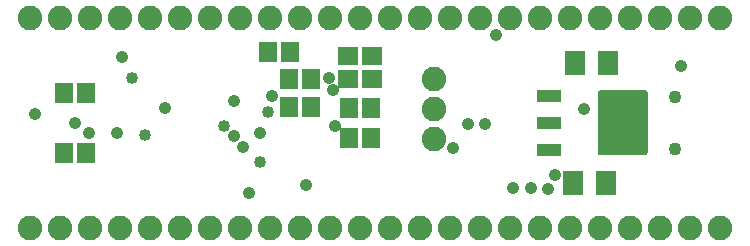
<source format=gbr>
G04 EAGLE Gerber RS-274X export*
G75*
%MOMM*%
%FSLAX34Y34*%
%LPD*%
%INSoldermask Bottom*%
%IPPOS*%
%AMOC8*
5,1,8,0,0,1.08239X$1,22.5*%
G01*
%ADD10R,1.703200X1.503200*%
%ADD11R,1.803200X2.003200*%
%ADD12R,1.503200X1.703200*%
%ADD13R,2.103200X1.103200*%
%ADD14R,2.103200X3.403200*%
%ADD15C,1.103200*%
%ADD16C,2.082800*%
%ADD17C,1.061200*%
%ADD18C,1.011200*%

G36*
X546118Y86871D02*
X546118Y86871D01*
X546136Y86869D01*
X546318Y86890D01*
X546501Y86909D01*
X546518Y86914D01*
X546535Y86916D01*
X546710Y86973D01*
X546886Y87027D01*
X546901Y87035D01*
X546918Y87041D01*
X547078Y87131D01*
X547240Y87219D01*
X547253Y87230D01*
X547269Y87239D01*
X547408Y87359D01*
X547549Y87476D01*
X547560Y87490D01*
X547574Y87502D01*
X547686Y87647D01*
X547801Y87790D01*
X547809Y87806D01*
X547820Y87820D01*
X547902Y87985D01*
X547987Y88147D01*
X547992Y88164D01*
X548000Y88181D01*
X548047Y88359D01*
X548098Y88534D01*
X548100Y88552D01*
X548104Y88569D01*
X548131Y88900D01*
X548131Y139700D01*
X548130Y139709D01*
X548131Y139717D01*
X548130Y139725D01*
X548131Y139736D01*
X548110Y139918D01*
X548091Y140101D01*
X548086Y140118D01*
X548084Y140135D01*
X548027Y140310D01*
X547973Y140486D01*
X547965Y140501D01*
X547959Y140518D01*
X547869Y140678D01*
X547781Y140840D01*
X547770Y140853D01*
X547761Y140869D01*
X547641Y141008D01*
X547524Y141149D01*
X547510Y141160D01*
X547498Y141174D01*
X547353Y141286D01*
X547210Y141401D01*
X547194Y141409D01*
X547180Y141420D01*
X547015Y141502D01*
X546853Y141587D01*
X546836Y141592D01*
X546820Y141600D01*
X546641Y141647D01*
X546466Y141698D01*
X546448Y141700D01*
X546431Y141704D01*
X546100Y141731D01*
X508000Y141731D01*
X507982Y141729D01*
X507964Y141731D01*
X507782Y141710D01*
X507599Y141691D01*
X507582Y141686D01*
X507565Y141684D01*
X507390Y141627D01*
X507214Y141573D01*
X507199Y141565D01*
X507182Y141559D01*
X507022Y141469D01*
X506860Y141381D01*
X506847Y141370D01*
X506831Y141361D01*
X506692Y141241D01*
X506551Y141124D01*
X506540Y141110D01*
X506527Y141098D01*
X506414Y140953D01*
X506299Y140810D01*
X506291Y140794D01*
X506280Y140780D01*
X506198Y140615D01*
X506113Y140453D01*
X506108Y140436D01*
X506100Y140420D01*
X506053Y140241D01*
X506002Y140066D01*
X506000Y140048D01*
X505996Y140031D01*
X505969Y139700D01*
X505969Y88900D01*
X505971Y88882D01*
X505969Y88864D01*
X505990Y88682D01*
X506009Y88499D01*
X506014Y88482D01*
X506016Y88465D01*
X506073Y88290D01*
X506127Y88114D01*
X506135Y88099D01*
X506141Y88082D01*
X506231Y87922D01*
X506319Y87760D01*
X506330Y87747D01*
X506339Y87731D01*
X506459Y87592D01*
X506576Y87451D01*
X506590Y87440D01*
X506602Y87427D01*
X506747Y87314D01*
X506890Y87199D01*
X506906Y87191D01*
X506920Y87180D01*
X507085Y87098D01*
X507247Y87013D01*
X507264Y87008D01*
X507281Y87000D01*
X507459Y86953D01*
X507634Y86902D01*
X507652Y86900D01*
X507669Y86896D01*
X508000Y86869D01*
X546100Y86869D01*
X546118Y86871D01*
G37*
D10*
X294640Y151790D03*
X294640Y170790D03*
D11*
X485110Y63500D03*
X513110Y63500D03*
D12*
X295300Y101600D03*
X314300Y101600D03*
X295300Y127000D03*
X314300Y127000D03*
D10*
X314960Y151790D03*
X314960Y170790D03*
D12*
X245720Y173990D03*
X226720Y173990D03*
D11*
X486380Y165100D03*
X514380Y165100D03*
D13*
X464800Y91300D03*
X464800Y114300D03*
X464800Y137300D03*
D14*
X525800Y114300D03*
D15*
X571500Y92300D03*
X571500Y136300D03*
D16*
X367030Y151130D03*
X367030Y125730D03*
X367030Y100330D03*
D12*
X73000Y88900D03*
X54000Y88900D03*
X73000Y139700D03*
X54000Y139700D03*
X263500Y151700D03*
X263500Y127700D03*
X244500Y127700D03*
X244500Y151700D03*
D16*
X50800Y203200D03*
X76200Y203200D03*
X101600Y203200D03*
X127000Y203200D03*
X152400Y203200D03*
X177800Y203200D03*
X203200Y203200D03*
X228600Y203200D03*
X254000Y203200D03*
X279400Y203200D03*
X304800Y203200D03*
X330200Y203200D03*
X355600Y203200D03*
X381000Y203200D03*
X406400Y203200D03*
X431800Y203200D03*
X457200Y203200D03*
X482600Y203200D03*
X508000Y203200D03*
X533400Y203200D03*
X558800Y203200D03*
X584200Y203200D03*
X609600Y203200D03*
X25400Y203200D03*
X584200Y25400D03*
X558800Y25400D03*
X533400Y25400D03*
X508000Y25400D03*
X482600Y25400D03*
X457200Y25400D03*
X431800Y25400D03*
X406400Y25400D03*
X381000Y25400D03*
X355600Y25400D03*
X330200Y25400D03*
X304800Y25400D03*
X279400Y25400D03*
X254000Y25400D03*
X228600Y25400D03*
X203200Y25400D03*
X177800Y25400D03*
X152400Y25400D03*
X127000Y25400D03*
X101600Y25400D03*
X76200Y25400D03*
X50800Y25400D03*
X25400Y25400D03*
X609600Y25400D03*
D17*
X494030Y125730D03*
D18*
X226568Y123825D03*
D17*
X419710Y188570D03*
X102870Y170180D03*
X63500Y114300D03*
X469900Y69850D03*
X576580Y162560D03*
X75565Y106045D03*
D18*
X111506Y152146D03*
D17*
X278130Y152400D03*
X283210Y111760D03*
X281747Y142047D03*
X29210Y121920D03*
D18*
X122809Y104267D03*
D17*
X99060Y105410D03*
D18*
X189738Y112014D03*
D17*
X463550Y58420D03*
X449580Y58730D03*
X434340Y59040D03*
D18*
X219964Y80772D03*
D17*
X259080Y61496D03*
X210820Y55090D03*
X219710Y105410D03*
X383540Y92710D03*
X205740Y93980D03*
X410210Y113030D03*
X198120Y102870D03*
X396240Y113030D03*
X229870Y137160D03*
X197779Y132421D03*
X139700Y127000D03*
M02*

</source>
